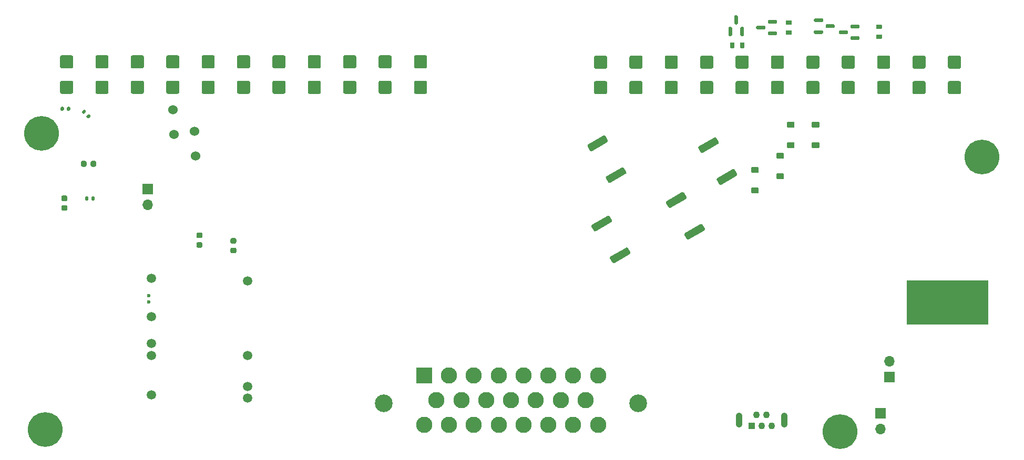
<source format=gbs>
G04 #@! TF.GenerationSoftware,KiCad,Pcbnew,8.0.8-8.0.8-0~ubuntu24.04.1*
G04 #@! TF.CreationDate,2025-01-30T02:25:33+00:00*
G04 #@! TF.ProjectId,VFRECU-VR,56465245-4355-42d5-9652-2e6b69636164,rev?*
G04 #@! TF.SameCoordinates,Original*
G04 #@! TF.FileFunction,Soldermask,Bot*
G04 #@! TF.FilePolarity,Negative*
%FSLAX46Y46*%
G04 Gerber Fmt 4.6, Leading zero omitted, Abs format (unit mm)*
G04 Created by KiCad (PCBNEW 8.0.8-8.0.8-0~ubuntu24.04.1) date 2025-01-30 02:25:33*
%MOMM*%
%LPD*%
G01*
G04 APERTURE LIST*
%ADD10C,0.120000*%
%ADD11C,5.600000*%
%ADD12R,1.700000X1.700000*%
%ADD13O,1.700000X1.700000*%
%ADD14C,1.500000*%
%ADD15C,0.600000*%
%ADD16C,2.850000*%
%ADD17R,2.625000X2.625000*%
%ADD18C,2.625000*%
%ADD19R,1.100000X1.100000*%
%ADD20C,1.100000*%
%ADD21O,1.100000X2.400000*%
%ADD22C,1.524000*%
G04 APERTURE END LIST*
D10*
G04 #@! TO.C,U2*
X156759000Y22030000D02*
X143759000Y22030000D01*
X143759000Y29030000D01*
X156759000Y29030000D01*
X156759000Y22030000D01*
G36*
X156759000Y22030000D02*
G01*
X143759000Y22030000D01*
X143759000Y29030000D01*
X156759000Y29030000D01*
X156759000Y22030000D01*
G37*
G04 #@! TD*
D11*
G04 #@! TO.C,H2*
X4425000Y52731000D03*
G04 #@! TD*
G04 #@! TO.C,H1*
X155885000Y48938000D03*
G04 #@! TD*
D12*
G04 #@! TO.C,JP3*
X139494000Y7635000D03*
D13*
X139494000Y5095000D03*
G04 #@! TD*
D11*
G04 #@! TO.C,H2*
X5000000Y5000000D03*
G04 #@! TD*
D12*
G04 #@! TO.C,JP2*
X21530100Y43771500D03*
D13*
X21530100Y41231500D03*
G04 #@! TD*
D14*
G04 #@! TO.C,M1*
X22089005Y10557001D03*
X22089005Y16956998D03*
X22089005Y18857001D03*
X22089005Y23157001D03*
D15*
X21639006Y25556998D03*
X21639006Y26556999D03*
D14*
X22089005Y29407001D03*
X37589002Y10106999D03*
X37589002Y11956998D03*
X37589002Y16907001D03*
X37589002Y28956999D03*
G04 #@! TD*
D16*
G04 #@! TO.C,J4*
X59507000Y9220000D03*
X100507000Y9220000D03*
D17*
X66007000Y13720000D03*
D18*
X70007000Y13720000D03*
X74007000Y13720000D03*
X78007000Y13720000D03*
X82007000Y13720000D03*
X86007000Y13720000D03*
X90007000Y13720000D03*
X94007000Y13720000D03*
X68007000Y9720000D03*
X72007000Y9720000D03*
X76007000Y9720000D03*
X80007000Y9720000D03*
X84007000Y9720000D03*
X88007000Y9720000D03*
X92007000Y9720000D03*
X66007000Y5720000D03*
X70007000Y5720000D03*
X74007000Y5720000D03*
X78007000Y5720000D03*
X82007000Y5720000D03*
X86007000Y5720000D03*
X90007000Y5720000D03*
X94007000Y5720000D03*
G04 #@! TD*
G04 #@! TO.C,U1*
G36*
G01*
X150375000Y59331001D02*
X150375000Y60930999D01*
G75*
G02*
X150625001Y61181000I250001J0D01*
G01*
X152224999Y61181000D01*
G75*
G02*
X152475000Y60930999I0J-250001D01*
G01*
X152475000Y59331001D01*
G75*
G02*
X152224999Y59081000I-250001J0D01*
G01*
X150625001Y59081000D01*
G75*
G02*
X150375000Y59331001I0J250001D01*
G01*
G37*
G36*
G01*
X144675000Y59331001D02*
X144675000Y60930999D01*
G75*
G02*
X144925001Y61181000I250001J0D01*
G01*
X146524999Y61181000D01*
G75*
G02*
X146775000Y60930999I0J-250001D01*
G01*
X146775000Y59331001D01*
G75*
G02*
X146524999Y59081000I-250001J0D01*
G01*
X144925001Y59081000D01*
G75*
G02*
X144675000Y59331001I0J250001D01*
G01*
G37*
G36*
G01*
X138975000Y59331001D02*
X138975000Y60930999D01*
G75*
G02*
X139225001Y61181000I250001J0D01*
G01*
X140824999Y61181000D01*
G75*
G02*
X141075000Y60930999I0J-250001D01*
G01*
X141075000Y59331001D01*
G75*
G02*
X140824999Y59081000I-250001J0D01*
G01*
X139225001Y59081000D01*
G75*
G02*
X138975000Y59331001I0J250001D01*
G01*
G37*
G36*
G01*
X133275000Y59331001D02*
X133275000Y60930999D01*
G75*
G02*
X133525001Y61181000I250001J0D01*
G01*
X135124999Y61181000D01*
G75*
G02*
X135375000Y60930999I0J-250001D01*
G01*
X135375000Y59331001D01*
G75*
G02*
X135124999Y59081000I-250001J0D01*
G01*
X133525001Y59081000D01*
G75*
G02*
X133275000Y59331001I0J250001D01*
G01*
G37*
G36*
G01*
X127575000Y59331001D02*
X127575000Y60930999D01*
G75*
G02*
X127825001Y61181000I250001J0D01*
G01*
X129424999Y61181000D01*
G75*
G02*
X129675000Y60930999I0J-250001D01*
G01*
X129675000Y59331001D01*
G75*
G02*
X129424999Y59081000I-250001J0D01*
G01*
X127825001Y59081000D01*
G75*
G02*
X127575000Y59331001I0J250001D01*
G01*
G37*
G36*
G01*
X121875000Y59331001D02*
X121875000Y60930999D01*
G75*
G02*
X122125001Y61181000I250001J0D01*
G01*
X123724999Y61181000D01*
G75*
G02*
X123975000Y60930999I0J-250001D01*
G01*
X123975000Y59331001D01*
G75*
G02*
X123724999Y59081000I-250001J0D01*
G01*
X122125001Y59081000D01*
G75*
G02*
X121875000Y59331001I0J250001D01*
G01*
G37*
G36*
G01*
X116175000Y59331001D02*
X116175000Y60930999D01*
G75*
G02*
X116425001Y61181000I250001J0D01*
G01*
X118024999Y61181000D01*
G75*
G02*
X118275000Y60930999I0J-250001D01*
G01*
X118275000Y59331001D01*
G75*
G02*
X118024999Y59081000I-250001J0D01*
G01*
X116425001Y59081000D01*
G75*
G02*
X116175000Y59331001I0J250001D01*
G01*
G37*
G36*
G01*
X110475000Y59331001D02*
X110475000Y60930999D01*
G75*
G02*
X110725001Y61181000I250001J0D01*
G01*
X112324999Y61181000D01*
G75*
G02*
X112575000Y60930999I0J-250001D01*
G01*
X112575000Y59331001D01*
G75*
G02*
X112324999Y59081000I-250001J0D01*
G01*
X110725001Y59081000D01*
G75*
G02*
X110475000Y59331001I0J250001D01*
G01*
G37*
G36*
G01*
X104775000Y59331001D02*
X104775000Y60930999D01*
G75*
G02*
X105025001Y61181000I250001J0D01*
G01*
X106624999Y61181000D01*
G75*
G02*
X106875000Y60930999I0J-250001D01*
G01*
X106875000Y59331001D01*
G75*
G02*
X106624999Y59081000I-250001J0D01*
G01*
X105025001Y59081000D01*
G75*
G02*
X104775000Y59331001I0J250001D01*
G01*
G37*
G36*
G01*
X99075000Y59331001D02*
X99075000Y60930999D01*
G75*
G02*
X99325001Y61181000I250001J0D01*
G01*
X100924999Y61181000D01*
G75*
G02*
X101175000Y60930999I0J-250001D01*
G01*
X101175000Y59331001D01*
G75*
G02*
X100924999Y59081000I-250001J0D01*
G01*
X99325001Y59081000D01*
G75*
G02*
X99075000Y59331001I0J250001D01*
G01*
G37*
G36*
G01*
X93375000Y59331001D02*
X93375000Y60930999D01*
G75*
G02*
X93625001Y61181000I250001J0D01*
G01*
X95224999Y61181000D01*
G75*
G02*
X95475000Y60930999I0J-250001D01*
G01*
X95475000Y59331001D01*
G75*
G02*
X95224999Y59081000I-250001J0D01*
G01*
X93625001Y59081000D01*
G75*
G02*
X93375000Y59331001I0J250001D01*
G01*
G37*
G36*
G01*
X150375000Y63431001D02*
X150375000Y65030999D01*
G75*
G02*
X150625001Y65281000I250001J0D01*
G01*
X152224999Y65281000D01*
G75*
G02*
X152475000Y65030999I0J-250001D01*
G01*
X152475000Y63431001D01*
G75*
G02*
X152224999Y63181000I-250001J0D01*
G01*
X150625001Y63181000D01*
G75*
G02*
X150375000Y63431001I0J250001D01*
G01*
G37*
G36*
G01*
X144675000Y63431001D02*
X144675000Y65030999D01*
G75*
G02*
X144925001Y65281000I250001J0D01*
G01*
X146524999Y65281000D01*
G75*
G02*
X146775000Y65030999I0J-250001D01*
G01*
X146775000Y63431001D01*
G75*
G02*
X146524999Y63181000I-250001J0D01*
G01*
X144925001Y63181000D01*
G75*
G02*
X144675000Y63431001I0J250001D01*
G01*
G37*
G36*
G01*
X138975000Y63431001D02*
X138975000Y65030999D01*
G75*
G02*
X139225001Y65281000I250001J0D01*
G01*
X140824999Y65281000D01*
G75*
G02*
X141075000Y65030999I0J-250001D01*
G01*
X141075000Y63431001D01*
G75*
G02*
X140824999Y63181000I-250001J0D01*
G01*
X139225001Y63181000D01*
G75*
G02*
X138975000Y63431001I0J250001D01*
G01*
G37*
G36*
G01*
X133275000Y63431001D02*
X133275000Y65030999D01*
G75*
G02*
X133525001Y65281000I250001J0D01*
G01*
X135124999Y65281000D01*
G75*
G02*
X135375000Y65030999I0J-250001D01*
G01*
X135375000Y63431001D01*
G75*
G02*
X135124999Y63181000I-250001J0D01*
G01*
X133525001Y63181000D01*
G75*
G02*
X133275000Y63431001I0J250001D01*
G01*
G37*
G36*
G01*
X127575000Y63431001D02*
X127575000Y65030999D01*
G75*
G02*
X127825001Y65281000I250001J0D01*
G01*
X129424999Y65281000D01*
G75*
G02*
X129675000Y65030999I0J-250001D01*
G01*
X129675000Y63431001D01*
G75*
G02*
X129424999Y63181000I-250001J0D01*
G01*
X127825001Y63181000D01*
G75*
G02*
X127575000Y63431001I0J250001D01*
G01*
G37*
G36*
G01*
X121875000Y63431001D02*
X121875000Y65030999D01*
G75*
G02*
X122125001Y65281000I250001J0D01*
G01*
X123724999Y65281000D01*
G75*
G02*
X123975000Y65030999I0J-250001D01*
G01*
X123975000Y63431001D01*
G75*
G02*
X123724999Y63181000I-250001J0D01*
G01*
X122125001Y63181000D01*
G75*
G02*
X121875000Y63431001I0J250001D01*
G01*
G37*
G36*
G01*
X116175000Y63431001D02*
X116175000Y65030999D01*
G75*
G02*
X116425001Y65281000I250001J0D01*
G01*
X118024999Y65281000D01*
G75*
G02*
X118275000Y65030999I0J-250001D01*
G01*
X118275000Y63431001D01*
G75*
G02*
X118024999Y63181000I-250001J0D01*
G01*
X116425001Y63181000D01*
G75*
G02*
X116175000Y63431001I0J250001D01*
G01*
G37*
G36*
G01*
X110475000Y63431001D02*
X110475000Y65030999D01*
G75*
G02*
X110725001Y65281000I250001J0D01*
G01*
X112324999Y65281000D01*
G75*
G02*
X112575000Y65030999I0J-250001D01*
G01*
X112575000Y63431001D01*
G75*
G02*
X112324999Y63181000I-250001J0D01*
G01*
X110725001Y63181000D01*
G75*
G02*
X110475000Y63431001I0J250001D01*
G01*
G37*
G36*
G01*
X104775000Y63431001D02*
X104775000Y65030999D01*
G75*
G02*
X105025001Y65281000I250001J0D01*
G01*
X106624999Y65281000D01*
G75*
G02*
X106875000Y65030999I0J-250001D01*
G01*
X106875000Y63431001D01*
G75*
G02*
X106624999Y63181000I-250001J0D01*
G01*
X105025001Y63181000D01*
G75*
G02*
X104775000Y63431001I0J250001D01*
G01*
G37*
G36*
G01*
X99075000Y63431001D02*
X99075000Y65030999D01*
G75*
G02*
X99325001Y65281000I250001J0D01*
G01*
X100924999Y65281000D01*
G75*
G02*
X101175000Y65030999I0J-250001D01*
G01*
X101175000Y63431001D01*
G75*
G02*
X100924999Y63181000I-250001J0D01*
G01*
X99325001Y63181000D01*
G75*
G02*
X99075000Y63431001I0J250001D01*
G01*
G37*
G36*
G01*
X93375000Y63431001D02*
X93375000Y65030999D01*
G75*
G02*
X93625001Y65281000I250001J0D01*
G01*
X95224999Y65281000D01*
G75*
G02*
X95475000Y65030999I0J-250001D01*
G01*
X95475000Y63431001D01*
G75*
G02*
X95224999Y63181000I-250001J0D01*
G01*
X93625001Y63181000D01*
G75*
G02*
X93375000Y63431001I0J250001D01*
G01*
G37*
G36*
G01*
X64375000Y59381001D02*
X64375000Y60980999D01*
G75*
G02*
X64625001Y61231000I250001J0D01*
G01*
X66224999Y61231000D01*
G75*
G02*
X66475000Y60980999I0J-250001D01*
G01*
X66475000Y59381001D01*
G75*
G02*
X66224999Y59131000I-250001J0D01*
G01*
X64625001Y59131000D01*
G75*
G02*
X64375000Y59381001I0J250001D01*
G01*
G37*
G36*
G01*
X58675000Y59381001D02*
X58675000Y60980999D01*
G75*
G02*
X58925001Y61231000I250001J0D01*
G01*
X60524999Y61231000D01*
G75*
G02*
X60775000Y60980999I0J-250001D01*
G01*
X60775000Y59381001D01*
G75*
G02*
X60524999Y59131000I-250001J0D01*
G01*
X58925001Y59131000D01*
G75*
G02*
X58675000Y59381001I0J250001D01*
G01*
G37*
G36*
G01*
X52975000Y59381001D02*
X52975000Y60980999D01*
G75*
G02*
X53225001Y61231000I250001J0D01*
G01*
X54824999Y61231000D01*
G75*
G02*
X55075000Y60980999I0J-250001D01*
G01*
X55075000Y59381001D01*
G75*
G02*
X54824999Y59131000I-250001J0D01*
G01*
X53225001Y59131000D01*
G75*
G02*
X52975000Y59381001I0J250001D01*
G01*
G37*
G36*
G01*
X47275000Y59381001D02*
X47275000Y60980999D01*
G75*
G02*
X47525001Y61231000I250001J0D01*
G01*
X49124999Y61231000D01*
G75*
G02*
X49375000Y60980999I0J-250001D01*
G01*
X49375000Y59381001D01*
G75*
G02*
X49124999Y59131000I-250001J0D01*
G01*
X47525001Y59131000D01*
G75*
G02*
X47275000Y59381001I0J250001D01*
G01*
G37*
G36*
G01*
X41575000Y59381001D02*
X41575000Y60980999D01*
G75*
G02*
X41825001Y61231000I250001J0D01*
G01*
X43424999Y61231000D01*
G75*
G02*
X43675000Y60980999I0J-250001D01*
G01*
X43675000Y59381001D01*
G75*
G02*
X43424999Y59131000I-250001J0D01*
G01*
X41825001Y59131000D01*
G75*
G02*
X41575000Y59381001I0J250001D01*
G01*
G37*
G36*
G01*
X35875000Y59381001D02*
X35875000Y60980999D01*
G75*
G02*
X36125001Y61231000I250001J0D01*
G01*
X37724999Y61231000D01*
G75*
G02*
X37975000Y60980999I0J-250001D01*
G01*
X37975000Y59381001D01*
G75*
G02*
X37724999Y59131000I-250001J0D01*
G01*
X36125001Y59131000D01*
G75*
G02*
X35875000Y59381001I0J250001D01*
G01*
G37*
G36*
G01*
X30175000Y59381001D02*
X30175000Y60980999D01*
G75*
G02*
X30425001Y61231000I250001J0D01*
G01*
X32024999Y61231000D01*
G75*
G02*
X32275000Y60980999I0J-250001D01*
G01*
X32275000Y59381001D01*
G75*
G02*
X32024999Y59131000I-250001J0D01*
G01*
X30425001Y59131000D01*
G75*
G02*
X30175000Y59381001I0J250001D01*
G01*
G37*
G36*
G01*
X24475000Y59381001D02*
X24475000Y60980999D01*
G75*
G02*
X24725001Y61231000I250001J0D01*
G01*
X26324999Y61231000D01*
G75*
G02*
X26575000Y60980999I0J-250001D01*
G01*
X26575000Y59381001D01*
G75*
G02*
X26324999Y59131000I-250001J0D01*
G01*
X24725001Y59131000D01*
G75*
G02*
X24475000Y59381001I0J250001D01*
G01*
G37*
G36*
G01*
X18775000Y59381001D02*
X18775000Y60980999D01*
G75*
G02*
X19025001Y61231000I250001J0D01*
G01*
X20624999Y61231000D01*
G75*
G02*
X20875000Y60980999I0J-250001D01*
G01*
X20875000Y59381001D01*
G75*
G02*
X20624999Y59131000I-250001J0D01*
G01*
X19025001Y59131000D01*
G75*
G02*
X18775000Y59381001I0J250001D01*
G01*
G37*
G36*
G01*
X13075000Y59381001D02*
X13075000Y60980999D01*
G75*
G02*
X13325001Y61231000I250001J0D01*
G01*
X14924999Y61231000D01*
G75*
G02*
X15175000Y60980999I0J-250001D01*
G01*
X15175000Y59381001D01*
G75*
G02*
X14924999Y59131000I-250001J0D01*
G01*
X13325001Y59131000D01*
G75*
G02*
X13075000Y59381001I0J250001D01*
G01*
G37*
G36*
G01*
X7375000Y59381001D02*
X7375000Y60980999D01*
G75*
G02*
X7625001Y61231000I250001J0D01*
G01*
X9224999Y61231000D01*
G75*
G02*
X9475000Y60980999I0J-250001D01*
G01*
X9475000Y59381001D01*
G75*
G02*
X9224999Y59131000I-250001J0D01*
G01*
X7625001Y59131000D01*
G75*
G02*
X7375000Y59381001I0J250001D01*
G01*
G37*
G36*
G01*
X64375000Y63481001D02*
X64375000Y65080999D01*
G75*
G02*
X64625001Y65331000I250001J0D01*
G01*
X66224999Y65331000D01*
G75*
G02*
X66475000Y65080999I0J-250001D01*
G01*
X66475000Y63481001D01*
G75*
G02*
X66224999Y63231000I-250001J0D01*
G01*
X64625001Y63231000D01*
G75*
G02*
X64375000Y63481001I0J250001D01*
G01*
G37*
G36*
G01*
X58675000Y63481001D02*
X58675000Y65080999D01*
G75*
G02*
X58925001Y65331000I250001J0D01*
G01*
X60524999Y65331000D01*
G75*
G02*
X60775000Y65080999I0J-250001D01*
G01*
X60775000Y63481001D01*
G75*
G02*
X60524999Y63231000I-250001J0D01*
G01*
X58925001Y63231000D01*
G75*
G02*
X58675000Y63481001I0J250001D01*
G01*
G37*
G36*
G01*
X52975000Y63481001D02*
X52975000Y65080999D01*
G75*
G02*
X53225001Y65331000I250001J0D01*
G01*
X54824999Y65331000D01*
G75*
G02*
X55075000Y65080999I0J-250001D01*
G01*
X55075000Y63481001D01*
G75*
G02*
X54824999Y63231000I-250001J0D01*
G01*
X53225001Y63231000D01*
G75*
G02*
X52975000Y63481001I0J250001D01*
G01*
G37*
G36*
G01*
X47275000Y63481001D02*
X47275000Y65080999D01*
G75*
G02*
X47525001Y65331000I250001J0D01*
G01*
X49124999Y65331000D01*
G75*
G02*
X49375000Y65080999I0J-250001D01*
G01*
X49375000Y63481001D01*
G75*
G02*
X49124999Y63231000I-250001J0D01*
G01*
X47525001Y63231000D01*
G75*
G02*
X47275000Y63481001I0J250001D01*
G01*
G37*
G36*
G01*
X41575000Y63481001D02*
X41575000Y65080999D01*
G75*
G02*
X41825001Y65331000I250001J0D01*
G01*
X43424999Y65331000D01*
G75*
G02*
X43675000Y65080999I0J-250001D01*
G01*
X43675000Y63481001D01*
G75*
G02*
X43424999Y63231000I-250001J0D01*
G01*
X41825001Y63231000D01*
G75*
G02*
X41575000Y63481001I0J250001D01*
G01*
G37*
G36*
G01*
X35875000Y63481001D02*
X35875000Y65080999D01*
G75*
G02*
X36125001Y65331000I250001J0D01*
G01*
X37724999Y65331000D01*
G75*
G02*
X37975000Y65080999I0J-250001D01*
G01*
X37975000Y63481001D01*
G75*
G02*
X37724999Y63231000I-250001J0D01*
G01*
X36125001Y63231000D01*
G75*
G02*
X35875000Y63481001I0J250001D01*
G01*
G37*
G36*
G01*
X30175000Y63481001D02*
X30175000Y65080999D01*
G75*
G02*
X30425001Y65331000I250001J0D01*
G01*
X32024999Y65331000D01*
G75*
G02*
X32275000Y65080999I0J-250001D01*
G01*
X32275000Y63481001D01*
G75*
G02*
X32024999Y63231000I-250001J0D01*
G01*
X30425001Y63231000D01*
G75*
G02*
X30175000Y63481001I0J250001D01*
G01*
G37*
G36*
G01*
X24475000Y63481001D02*
X24475000Y65080999D01*
G75*
G02*
X24725001Y65331000I250001J0D01*
G01*
X26324999Y65331000D01*
G75*
G02*
X26575000Y65080999I0J-250001D01*
G01*
X26575000Y63481001D01*
G75*
G02*
X26324999Y63231000I-250001J0D01*
G01*
X24725001Y63231000D01*
G75*
G02*
X24475000Y63481001I0J250001D01*
G01*
G37*
G36*
G01*
X18775000Y63481001D02*
X18775000Y65080999D01*
G75*
G02*
X19025001Y65331000I250001J0D01*
G01*
X20624999Y65331000D01*
G75*
G02*
X20875000Y65080999I0J-250001D01*
G01*
X20875000Y63481001D01*
G75*
G02*
X20624999Y63231000I-250001J0D01*
G01*
X19025001Y63231000D01*
G75*
G02*
X18775000Y63481001I0J250001D01*
G01*
G37*
G36*
G01*
X13075000Y63481001D02*
X13075000Y65080999D01*
G75*
G02*
X13325001Y65331000I250001J0D01*
G01*
X14924999Y65331000D01*
G75*
G02*
X15175000Y65080999I0J-250001D01*
G01*
X15175000Y63481001D01*
G75*
G02*
X14924999Y63231000I-250001J0D01*
G01*
X13325001Y63231000D01*
G75*
G02*
X13075000Y63481001I0J250001D01*
G01*
G37*
G36*
G01*
X7375000Y63481001D02*
X7375000Y65080999D01*
G75*
G02*
X7625001Y65331000I250001J0D01*
G01*
X9224999Y65331000D01*
G75*
G02*
X9475000Y65080999I0J-250001D01*
G01*
X9475000Y63481001D01*
G75*
G02*
X9224999Y63231000I-250001J0D01*
G01*
X7625001Y63231000D01*
G75*
G02*
X7375000Y63481001I0J250001D01*
G01*
G37*
G04 #@! TD*
D11*
G04 #@! TO.C,H3*
X132964000Y4651000D03*
G04 #@! TD*
D12*
G04 #@! TO.C,JP1*
X140970000Y13451000D03*
D13*
X140970000Y15991000D03*
G04 #@! TD*
D19*
G04 #@! TO.C,J8*
X118752000Y5627000D03*
D20*
X119552000Y7377000D03*
X120352000Y5627000D03*
X121152000Y7377000D03*
X121952000Y5627000D03*
D21*
X116702000Y6502000D03*
X124002000Y6502000D03*
G04 #@! TD*
D22*
G04 #@! TO.C,F2*
X25517588Y56584412D03*
X28982412Y53119588D03*
G04 #@! TD*
G04 #@! TO.C,F1*
X25723588Y52557412D03*
X29188412Y49092588D03*
G04 #@! TD*
G04 #@! TO.C,C7*
G36*
G01*
X35036740Y35867740D02*
X35536740Y35867740D01*
G75*
G02*
X35761740Y35642740I0J-225000D01*
G01*
X35761740Y35192740D01*
G75*
G02*
X35536740Y34967740I-225000J0D01*
G01*
X35036740Y34967740D01*
G75*
G02*
X34811740Y35192740I0J225000D01*
G01*
X34811740Y35642740D01*
G75*
G02*
X35036740Y35867740I225000J0D01*
G01*
G37*
G36*
G01*
X35036740Y34317740D02*
X35536740Y34317740D01*
G75*
G02*
X35761740Y34092740I0J-225000D01*
G01*
X35761740Y33642740D01*
G75*
G02*
X35536740Y33417740I-225000J0D01*
G01*
X35036740Y33417740D01*
G75*
G02*
X34811740Y33642740I0J225000D01*
G01*
X34811740Y34092740D01*
G75*
G02*
X35036740Y34317740I225000J0D01*
G01*
G37*
G04 #@! TD*
G04 #@! TO.C,C9*
G36*
G01*
X13186920Y48090580D02*
X13186920Y47590580D01*
G75*
G02*
X12961920Y47365580I-225000J0D01*
G01*
X12511920Y47365580D01*
G75*
G02*
X12286920Y47590580I0J225000D01*
G01*
X12286920Y48090580D01*
G75*
G02*
X12511920Y48315580I225000J0D01*
G01*
X12961920Y48315580D01*
G75*
G02*
X13186920Y48090580I0J-225000D01*
G01*
G37*
G36*
G01*
X11636920Y48090580D02*
X11636920Y47590580D01*
G75*
G02*
X11411920Y47365580I-225000J0D01*
G01*
X10961920Y47365580D01*
G75*
G02*
X10736920Y47590580I0J225000D01*
G01*
X10736920Y48090580D01*
G75*
G02*
X10961920Y48315580I225000J0D01*
G01*
X11411920Y48315580D01*
G75*
G02*
X11636920Y48090580I0J-225000D01*
G01*
G37*
G04 #@! TD*
G04 #@! TO.C,R42*
G36*
G01*
X7448120Y56527800D02*
X7448120Y56897800D01*
G75*
G02*
X7583120Y57032800I135000J0D01*
G01*
X7853120Y57032800D01*
G75*
G02*
X7988120Y56897800I0J-135000D01*
G01*
X7988120Y56527800D01*
G75*
G02*
X7853120Y56392800I-135000J0D01*
G01*
X7583120Y56392800D01*
G75*
G02*
X7448120Y56527800I0J135000D01*
G01*
G37*
G36*
G01*
X8468120Y56527800D02*
X8468120Y56897800D01*
G75*
G02*
X8603120Y57032800I135000J0D01*
G01*
X8873120Y57032800D01*
G75*
G02*
X9008120Y56897800I0J-135000D01*
G01*
X9008120Y56527800D01*
G75*
G02*
X8873120Y56392800I-135000J0D01*
G01*
X8603120Y56392800D01*
G75*
G02*
X8468120Y56527800I0J135000D01*
G01*
G37*
G04 #@! TD*
G04 #@! TO.C,R16*
G36*
G01*
X117593000Y67354000D02*
X117593000Y66574000D01*
G75*
G02*
X117523000Y66504000I-70000J0D01*
G01*
X116963000Y66504000D01*
G75*
G02*
X116893000Y66574000I0J70000D01*
G01*
X116893000Y67354000D01*
G75*
G02*
X116963000Y67424000I70000J0D01*
G01*
X117523000Y67424000D01*
G75*
G02*
X117593000Y67354000I0J-70000D01*
G01*
G37*
G36*
G01*
X115993000Y67354000D02*
X115993000Y66574000D01*
G75*
G02*
X115923000Y66504000I-70000J0D01*
G01*
X115363000Y66504000D01*
G75*
G02*
X115293000Y66574000I0J70000D01*
G01*
X115293000Y67354000D01*
G75*
G02*
X115363000Y67424000I70000J0D01*
G01*
X115923000Y67424000D01*
G75*
G02*
X115993000Y67354000I0J-70000D01*
G01*
G37*
G04 #@! TD*
G04 #@! TO.C,D2*
G36*
G01*
X129564000Y50373000D02*
X128544000Y50373000D01*
G75*
G02*
X128454000Y50463000I0J90000D01*
G01*
X128454000Y51183000D01*
G75*
G02*
X128544000Y51273000I90000J0D01*
G01*
X129564000Y51273000D01*
G75*
G02*
X129654000Y51183000I0J-90000D01*
G01*
X129654000Y50463000D01*
G75*
G02*
X129564000Y50373000I-90000J0D01*
G01*
G37*
G36*
G01*
X129564000Y53673000D02*
X128544000Y53673000D01*
G75*
G02*
X128454000Y53763000I0J90000D01*
G01*
X128454000Y54483000D01*
G75*
G02*
X128544000Y54573000I90000J0D01*
G01*
X129564000Y54573000D01*
G75*
G02*
X129654000Y54483000I0J-90000D01*
G01*
X129654000Y53763000D01*
G75*
G02*
X129564000Y53673000I-90000J0D01*
G01*
G37*
G04 #@! TD*
G04 #@! TO.C,D5*
G36*
G01*
X125572000Y50400000D02*
X124552000Y50400000D01*
G75*
G02*
X124462000Y50490000I0J90000D01*
G01*
X124462000Y51210000D01*
G75*
G02*
X124552000Y51300000I90000J0D01*
G01*
X125572000Y51300000D01*
G75*
G02*
X125662000Y51210000I0J-90000D01*
G01*
X125662000Y50490000D01*
G75*
G02*
X125572000Y50400000I-90000J0D01*
G01*
G37*
G36*
G01*
X125572000Y53700000D02*
X124552000Y53700000D01*
G75*
G02*
X124462000Y53790000I0J90000D01*
G01*
X124462000Y54510000D01*
G75*
G02*
X124552000Y54600000I90000J0D01*
G01*
X125572000Y54600000D01*
G75*
G02*
X125662000Y54510000I0J-90000D01*
G01*
X125662000Y53790000D01*
G75*
G02*
X125572000Y53700000I-90000J0D01*
G01*
G37*
G04 #@! TD*
G04 #@! TO.C,R26*
G36*
G01*
X124352072Y70957000D02*
X125132072Y70957000D01*
G75*
G02*
X125202072Y70887000I0J-70000D01*
G01*
X125202072Y70327000D01*
G75*
G02*
X125132072Y70257000I-70000J0D01*
G01*
X124352072Y70257000D01*
G75*
G02*
X124282072Y70327000I0J70000D01*
G01*
X124282072Y70887000D01*
G75*
G02*
X124352072Y70957000I70000J0D01*
G01*
G37*
G36*
G01*
X124352072Y69357000D02*
X125132072Y69357000D01*
G75*
G02*
X125202072Y69287000I0J-70000D01*
G01*
X125202072Y68727000D01*
G75*
G02*
X125132072Y68657000I-70000J0D01*
G01*
X124352072Y68657000D01*
G75*
G02*
X124282072Y68727000I0J70000D01*
G01*
X124282072Y69287000D01*
G75*
G02*
X124352072Y69357000I70000J0D01*
G01*
G37*
G04 #@! TD*
G04 #@! TO.C,R41*
G36*
G01*
X10888403Y56287708D02*
X11150032Y56549337D01*
G75*
G02*
X11340950Y56549337I95459J-95459D01*
G01*
X11531869Y56358418D01*
G75*
G02*
X11531869Y56167500I-95459J-95459D01*
G01*
X11270240Y55905871D01*
G75*
G02*
X11079322Y55905871I-95459J95459D01*
G01*
X10888403Y56096790D01*
G75*
G02*
X10888403Y56287708I95459J95459D01*
G01*
G37*
G36*
G01*
X11609651Y55566460D02*
X11871280Y55828089D01*
G75*
G02*
X12062198Y55828089I95459J-95459D01*
G01*
X12253117Y55637170D01*
G75*
G02*
X12253117Y55446252I-95459J-95459D01*
G01*
X11991488Y55184623D01*
G75*
G02*
X11800570Y55184623I-95459J95459D01*
G01*
X11609651Y55375542D01*
G75*
G02*
X11609651Y55566460I95459J95459D01*
G01*
G37*
G04 #@! TD*
G04 #@! TO.C,D3*
G36*
G01*
X119794000Y43095000D02*
X118774000Y43095000D01*
G75*
G02*
X118684000Y43185000I0J90000D01*
G01*
X118684000Y43905000D01*
G75*
G02*
X118774000Y43995000I90000J0D01*
G01*
X119794000Y43995000D01*
G75*
G02*
X119884000Y43905000I0J-90000D01*
G01*
X119884000Y43185000D01*
G75*
G02*
X119794000Y43095000I-90000J0D01*
G01*
G37*
G36*
G01*
X119794000Y46395000D02*
X118774000Y46395000D01*
G75*
G02*
X118684000Y46485000I0J90000D01*
G01*
X118684000Y47205000D01*
G75*
G02*
X118774000Y47295000I90000J0D01*
G01*
X119794000Y47295000D01*
G75*
G02*
X119884000Y47205000I0J-90000D01*
G01*
X119884000Y46485000D01*
G75*
G02*
X119794000Y46395000I-90000J0D01*
G01*
G37*
G04 #@! TD*
G04 #@! TO.C,R12*
G36*
G01*
X116315586Y45900460D02*
X113847414Y44475460D01*
G75*
G02*
X113505908Y44566966I-125000J216506D01*
G01*
X113143408Y45194834D01*
G75*
G02*
X113234914Y45536340I216506J125000D01*
G01*
X115703086Y46961340D01*
G75*
G02*
X116044592Y46869834I125000J-216506D01*
G01*
X116407092Y46241966D01*
G75*
G02*
X116315586Y45900460I-216506J-125000D01*
G01*
G37*
G36*
G01*
X113353086Y51031660D02*
X110884914Y49606660D01*
G75*
G02*
X110543408Y49698166I-125000J216506D01*
G01*
X110180908Y50326034D01*
G75*
G02*
X110272414Y50667540I216506J125000D01*
G01*
X112740586Y52092540D01*
G75*
G02*
X113082092Y52001034I125000J-216506D01*
G01*
X113444592Y51373166D01*
G75*
G02*
X113353086Y51031660I-216506J-125000D01*
G01*
G37*
G04 #@! TD*
G04 #@! TO.C,C6*
G36*
G01*
X29565580Y36756740D02*
X30065580Y36756740D01*
G75*
G02*
X30290580Y36531740I0J-225000D01*
G01*
X30290580Y36081740D01*
G75*
G02*
X30065580Y35856740I-225000J0D01*
G01*
X29565580Y35856740D01*
G75*
G02*
X29340580Y36081740I0J225000D01*
G01*
X29340580Y36531740D01*
G75*
G02*
X29565580Y36756740I225000J0D01*
G01*
G37*
G36*
G01*
X29565580Y35206740D02*
X30065580Y35206740D01*
G75*
G02*
X30290580Y34981740I0J-225000D01*
G01*
X30290580Y34531740D01*
G75*
G02*
X30065580Y34306740I-225000J0D01*
G01*
X29565580Y34306740D01*
G75*
G02*
X29340580Y34531740I0J225000D01*
G01*
X29340580Y34981740D01*
G75*
G02*
X29565580Y35206740I225000J0D01*
G01*
G37*
G04 #@! TD*
G04 #@! TO.C,D4*
G36*
G01*
X123868000Y45394000D02*
X122848000Y45394000D01*
G75*
G02*
X122758000Y45484000I0J90000D01*
G01*
X122758000Y46204000D01*
G75*
G02*
X122848000Y46294000I90000J0D01*
G01*
X123868000Y46294000D01*
G75*
G02*
X123958000Y46204000I0J-90000D01*
G01*
X123958000Y45484000D01*
G75*
G02*
X123868000Y45394000I-90000J0D01*
G01*
G37*
G36*
G01*
X123868000Y48694000D02*
X122848000Y48694000D01*
G75*
G02*
X122758000Y48784000I0J90000D01*
G01*
X122758000Y49504000D01*
G75*
G02*
X122848000Y49594000I90000J0D01*
G01*
X123868000Y49594000D01*
G75*
G02*
X123958000Y49504000I0J-90000D01*
G01*
X123958000Y48784000D01*
G75*
G02*
X123868000Y48694000I-90000J0D01*
G01*
G37*
G04 #@! TD*
G04 #@! TO.C,D7*
G36*
G01*
X117371000Y68426000D02*
X117071000Y68426000D01*
G75*
G02*
X116921000Y68576000I0J150000D01*
G01*
X116921000Y69751000D01*
G75*
G02*
X117071000Y69901000I150000J0D01*
G01*
X117371000Y69901000D01*
G75*
G02*
X117521000Y69751000I0J-150000D01*
G01*
X117521000Y68576000D01*
G75*
G02*
X117371000Y68426000I-150000J0D01*
G01*
G37*
G36*
G01*
X116421000Y70301000D02*
X116121000Y70301000D01*
G75*
G02*
X115971000Y70451000I0J150000D01*
G01*
X115971000Y71626000D01*
G75*
G02*
X116121000Y71776000I150000J0D01*
G01*
X116421000Y71776000D01*
G75*
G02*
X116571000Y71626000I0J-150000D01*
G01*
X116571000Y70451000D01*
G75*
G02*
X116421000Y70301000I-150000J0D01*
G01*
G37*
G36*
G01*
X115471000Y68426000D02*
X115171000Y68426000D01*
G75*
G02*
X115021000Y68576000I0J150000D01*
G01*
X115021000Y69751000D01*
G75*
G02*
X115171000Y69901000I150000J0D01*
G01*
X115471000Y69901000D01*
G75*
G02*
X115621000Y69751000I0J-150000D01*
G01*
X115621000Y68576000D01*
G75*
G02*
X115471000Y68426000I-150000J0D01*
G01*
G37*
G04 #@! TD*
G04 #@! TO.C,R25*
G36*
G01*
X138885000Y70283000D02*
X139665000Y70283000D01*
G75*
G02*
X139735000Y70213000I0J-70000D01*
G01*
X139735000Y69653000D01*
G75*
G02*
X139665000Y69583000I-70000J0D01*
G01*
X138885000Y69583000D01*
G75*
G02*
X138815000Y69653000I0J70000D01*
G01*
X138815000Y70213000D01*
G75*
G02*
X138885000Y70283000I70000J0D01*
G01*
G37*
G36*
G01*
X138885000Y68683000D02*
X139665000Y68683000D01*
G75*
G02*
X139735000Y68613000I0J-70000D01*
G01*
X139735000Y68053000D01*
G75*
G02*
X139665000Y67983000I-70000J0D01*
G01*
X138885000Y67983000D01*
G75*
G02*
X138815000Y68053000I0J70000D01*
G01*
X138815000Y68613000D01*
G75*
G02*
X138885000Y68683000I70000J0D01*
G01*
G37*
G04 #@! TD*
G04 #@! TO.C,R18*
G36*
G01*
X98465586Y46196460D02*
X95997414Y44771460D01*
G75*
G02*
X95655908Y44862966I-125000J216506D01*
G01*
X95293408Y45490834D01*
G75*
G02*
X95384914Y45832340I216506J125000D01*
G01*
X97853086Y47257340D01*
G75*
G02*
X98194592Y47165834I125000J-216506D01*
G01*
X98557092Y46537966D01*
G75*
G02*
X98465586Y46196460I-216506J-125000D01*
G01*
G37*
G36*
G01*
X95503086Y51327660D02*
X93034914Y49902660D01*
G75*
G02*
X92693408Y49994166I-125000J216506D01*
G01*
X92330908Y50622034D01*
G75*
G02*
X92422414Y50963540I216506J125000D01*
G01*
X94890586Y52388540D01*
G75*
G02*
X95232092Y52297034I125000J-216506D01*
G01*
X95594592Y51669166D01*
G75*
G02*
X95503086Y51327660I-216506J-125000D01*
G01*
G37*
G04 #@! TD*
G04 #@! TO.C,R13*
G36*
G01*
X99118586Y33268460D02*
X96650414Y31843460D01*
G75*
G02*
X96308908Y31934966I-125000J216506D01*
G01*
X95946408Y32562834D01*
G75*
G02*
X96037914Y32904340I216506J125000D01*
G01*
X98506086Y34329340D01*
G75*
G02*
X98847592Y34237834I125000J-216506D01*
G01*
X99210092Y33609966D01*
G75*
G02*
X99118586Y33268460I-216506J-125000D01*
G01*
G37*
G36*
G01*
X96156086Y38399660D02*
X93687914Y36974660D01*
G75*
G02*
X93346408Y37066166I-125000J216506D01*
G01*
X92983908Y37694034D01*
G75*
G02*
X93075414Y38035540I216506J125000D01*
G01*
X95543586Y39460540D01*
G75*
G02*
X95885092Y39369034I125000J-216506D01*
G01*
X96247592Y38741166D01*
G75*
G02*
X96156086Y38399660I-216506J-125000D01*
G01*
G37*
G04 #@! TD*
G04 #@! TO.C,Q12*
G36*
G01*
X122832000Y70907000D02*
X122832000Y70607000D01*
G75*
G02*
X122682000Y70457000I-150000J0D01*
G01*
X121507000Y70457000D01*
G75*
G02*
X121357000Y70607000I0J150000D01*
G01*
X121357000Y70907000D01*
G75*
G02*
X121507000Y71057000I150000J0D01*
G01*
X122682000Y71057000D01*
G75*
G02*
X122832000Y70907000I0J-150000D01*
G01*
G37*
G36*
G01*
X120957000Y69957000D02*
X120957000Y69657000D01*
G75*
G02*
X120807000Y69507000I-150000J0D01*
G01*
X119632000Y69507000D01*
G75*
G02*
X119482000Y69657000I0J150000D01*
G01*
X119482000Y69957000D01*
G75*
G02*
X119632000Y70107000I150000J0D01*
G01*
X120807000Y70107000D01*
G75*
G02*
X120957000Y69957000I0J-150000D01*
G01*
G37*
G36*
G01*
X122832000Y69007000D02*
X122832000Y68707000D01*
G75*
G02*
X122682000Y68557000I-150000J0D01*
G01*
X121507000Y68557000D01*
G75*
G02*
X121357000Y68707000I0J150000D01*
G01*
X121357000Y69007000D01*
G75*
G02*
X121507000Y69157000I150000J0D01*
G01*
X122682000Y69157000D01*
G75*
G02*
X122832000Y69007000I0J-150000D01*
G01*
G37*
G04 #@! TD*
G04 #@! TO.C,C8*
G36*
G01*
X7813020Y42723200D02*
X8313020Y42723200D01*
G75*
G02*
X8538020Y42498200I0J-225000D01*
G01*
X8538020Y42048200D01*
G75*
G02*
X8313020Y41823200I-225000J0D01*
G01*
X7813020Y41823200D01*
G75*
G02*
X7588020Y42048200I0J225000D01*
G01*
X7588020Y42498200D01*
G75*
G02*
X7813020Y42723200I225000J0D01*
G01*
G37*
G36*
G01*
X7813020Y41173200D02*
X8313020Y41173200D01*
G75*
G02*
X8538020Y40948200I0J-225000D01*
G01*
X8538020Y40498200D01*
G75*
G02*
X8313020Y40273200I-225000J0D01*
G01*
X7813020Y40273200D01*
G75*
G02*
X7588020Y40498200I0J225000D01*
G01*
X7588020Y40948200D01*
G75*
G02*
X7813020Y41173200I225000J0D01*
G01*
G37*
G04 #@! TD*
G04 #@! TO.C,D6*
G36*
G01*
X128802000Y68930000D02*
X128802000Y69230000D01*
G75*
G02*
X128952000Y69380000I150000J0D01*
G01*
X130127000Y69380000D01*
G75*
G02*
X130277000Y69230000I0J-150000D01*
G01*
X130277000Y68930000D01*
G75*
G02*
X130127000Y68780000I-150000J0D01*
G01*
X128952000Y68780000D01*
G75*
G02*
X128802000Y68930000I0J150000D01*
G01*
G37*
G36*
G01*
X130677000Y69880000D02*
X130677000Y70180000D01*
G75*
G02*
X130827000Y70330000I150000J0D01*
G01*
X132002000Y70330000D01*
G75*
G02*
X132152000Y70180000I0J-150000D01*
G01*
X132152000Y69880000D01*
G75*
G02*
X132002000Y69730000I-150000J0D01*
G01*
X130827000Y69730000D01*
G75*
G02*
X130677000Y69880000I0J150000D01*
G01*
G37*
G36*
G01*
X128802000Y70830000D02*
X128802000Y71130000D01*
G75*
G02*
X128952000Y71280000I150000J0D01*
G01*
X130127000Y71280000D01*
G75*
G02*
X130277000Y71130000I0J-150000D01*
G01*
X130277000Y70830000D01*
G75*
G02*
X130127000Y70680000I-150000J0D01*
G01*
X128952000Y70680000D01*
G75*
G02*
X128802000Y70830000I0J150000D01*
G01*
G37*
G04 #@! TD*
G04 #@! TO.C,R14*
G36*
G01*
X111119586Y37056460D02*
X108651414Y35631460D01*
G75*
G02*
X108309908Y35722966I-125000J216506D01*
G01*
X107947408Y36350834D01*
G75*
G02*
X108038914Y36692340I216506J125000D01*
G01*
X110507086Y38117340D01*
G75*
G02*
X110848592Y38025834I125000J-216506D01*
G01*
X111211092Y37397966D01*
G75*
G02*
X111119586Y37056460I-216506J-125000D01*
G01*
G37*
G36*
G01*
X108157086Y42187660D02*
X105688914Y40762660D01*
G75*
G02*
X105347408Y40854166I-125000J216506D01*
G01*
X104984908Y41482034D01*
G75*
G02*
X105076414Y41823540I216506J125000D01*
G01*
X107544586Y43248540D01*
G75*
G02*
X107886092Y43157034I125000J-216506D01*
G01*
X108248592Y42529166D01*
G75*
G02*
X108157086Y42187660I-216506J-125000D01*
G01*
G37*
G04 #@! TD*
G04 #@! TO.C,Q11*
G36*
G01*
X136144000Y70164000D02*
X136144000Y69864000D01*
G75*
G02*
X135994000Y69714000I-150000J0D01*
G01*
X134819000Y69714000D01*
G75*
G02*
X134669000Y69864000I0J150000D01*
G01*
X134669000Y70164000D01*
G75*
G02*
X134819000Y70314000I150000J0D01*
G01*
X135994000Y70314000D01*
G75*
G02*
X136144000Y70164000I0J-150000D01*
G01*
G37*
G36*
G01*
X134269000Y69214000D02*
X134269000Y68914000D01*
G75*
G02*
X134119000Y68764000I-150000J0D01*
G01*
X132944000Y68764000D01*
G75*
G02*
X132794000Y68914000I0J150000D01*
G01*
X132794000Y69214000D01*
G75*
G02*
X132944000Y69364000I150000J0D01*
G01*
X134119000Y69364000D01*
G75*
G02*
X134269000Y69214000I0J-150000D01*
G01*
G37*
G36*
G01*
X136144000Y68264000D02*
X136144000Y67964000D01*
G75*
G02*
X135994000Y67814000I-150000J0D01*
G01*
X134819000Y67814000D01*
G75*
G02*
X134669000Y67964000I0J150000D01*
G01*
X134669000Y68264000D01*
G75*
G02*
X134819000Y68414000I150000J0D01*
G01*
X135994000Y68414000D01*
G75*
G02*
X136144000Y68264000I0J-150000D01*
G01*
G37*
G04 #@! TD*
G04 #@! TO.C,R1A*
G36*
G01*
X11397820Y42085360D02*
X11397820Y42455360D01*
G75*
G02*
X11532820Y42590360I135000J0D01*
G01*
X11802820Y42590360D01*
G75*
G02*
X11937820Y42455360I0J-135000D01*
G01*
X11937820Y42085360D01*
G75*
G02*
X11802820Y41950360I-135000J0D01*
G01*
X11532820Y41950360D01*
G75*
G02*
X11397820Y42085360I0J135000D01*
G01*
G37*
G36*
G01*
X12417820Y42085360D02*
X12417820Y42455360D01*
G75*
G02*
X12552820Y42590360I135000J0D01*
G01*
X12822820Y42590360D01*
G75*
G02*
X12957820Y42455360I0J-135000D01*
G01*
X12957820Y42085360D01*
G75*
G02*
X12822820Y41950360I-135000J0D01*
G01*
X12552820Y41950360D01*
G75*
G02*
X12417820Y42085360I0J135000D01*
G01*
G37*
G04 #@! TD*
M02*

</source>
